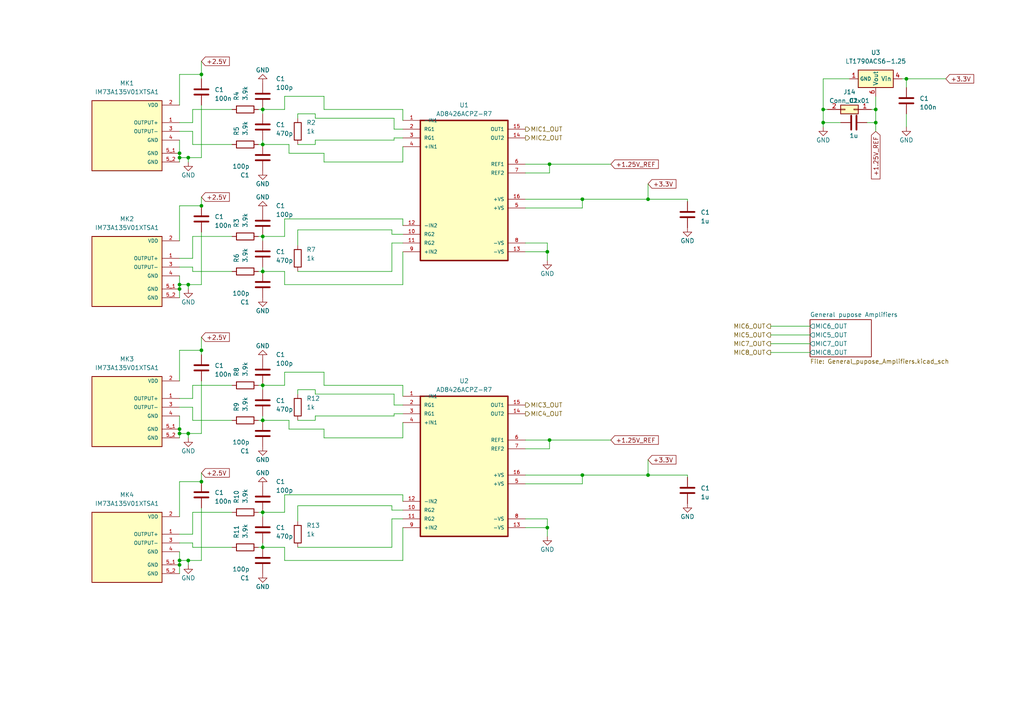
<source format=kicad_sch>
(kicad_sch (version 20230121) (generator eeschema)
  (paper "A4")
  (lib_symbols
    (symbol "AD8222ACPZ-RL:AD8222ACPZ-RL" (pin_names (offset 1.016))
      (property "Reference" "U2" (at 0 24.765 0))
      (property "Value" "AD8222ACPZ-RL" (at 0 22.225 0))
      (symbol "AD8222ACPZ-RL_0_0"
        (rectangle (start -12.7 20.32) (end 12.7 -20.32) (stroke (width 0.41)) (fill (type background)))
        (pin input line (at -17.78 20.32 0) (length 5.08) (name "-IN1") (number "1"))
        (pin bidirectional line (at -17.78 -12.7 0) (length 5.08) (name "RG2") (number "10"))
        (pin bidirectional line (at -17.78 -15.24 0) (length 5.08) (name "RG2") (number "11"))
        (pin input line (at -17.78 -10.16 0) (length 5.08) (name "-IN2") (number "12"))
        (pin bidirectional line (at 17.78 -17.78 180) (length 5.08) (name "-VS") (number "13"))
        (pin output line (at 17.78 15.24 180) (length 5.08) (name "OUT2") (number "14"))
        (pin output line (at 17.78 17.78 180) (length 5.08) (name "OUT1") (number "15"))
        (pin bidirectional line (at 17.78 -2.54 180) (length 5.08) (name "+VS") (number "16"))
        (pin bidirectional line (at -17.78 17.78 0) (length 5.08) (name "RG1") (number "2"))
        (pin bidirectional line (at -17.78 15.24 0) (length 5.08) (name "RG1") (number "3"))
        (pin input line (at -17.78 12.7 0) (length 5.08) (name "+IN1") (number "4"))
        (pin bidirectional line (at 17.78 -5.08 180) (length 5.08) (name "+VS") (number "5"))
        (pin input line (at 17.78 7.62 180) (length 5.08) (name "REF1") (number "6"))
        (pin input line (at 17.78 5.08 180) (length 5.08) (name "REF2") (number "7"))
        (pin bidirectional line (at 17.78 -15.24 180) (length 5.08) (name "-VS") (number "8"))
        (pin input line (at -17.78 -17.78 0) (length 5.08) (name "+IN2") (number "9"))
      )
    )
    (symbol "AD8222ACPZ-RL_1" (pin_names (offset 1.016))
      (property "Reference" "U1" (at 0 24.765 0))
      (property "Value" "AD8222ACPZ-RL" (at 0 22.225 0))
      (symbol "AD8222ACPZ-RL_1_0_0"
        (rectangle (start -12.7 20.32) (end 12.7 -20.32) (stroke (width 0.41)) (fill (type background)))
        (pin input line (at -17.78 20.32 0) (length 5.08) (name "-IN1") (number "1"))
        (pin bidirectional line (at -17.78 -12.7 0) (length 5.08) (name "RG2") (number "10"))
        (pin bidirectional line (at -17.78 -15.24 0) (length 5.08) (name "RG2") (number "11"))
        (pin input line (at -17.78 -10.16 0) (length 5.08) (name "-IN2") (number "12"))
        (pin bidirectional line (at 17.78 -17.78 180) (length 5.08) (name "-VS") (number "13"))
        (pin output line (at 17.78 15.24 180) (length 5.08) (name "OUT2") (number "14"))
        (pin output line (at 17.78 17.78 180) (length 5.08) (name "OUT1") (number "15"))
        (pin bidirectional line (at 17.78 -2.54 180) (length 5.08) (name "+VS") (number "16"))
        (pin bidirectional line (at -17.78 17.78 0) (length 5.08) (name "RG1") (number "2"))
        (pin bidirectional line (at -17.78 15.24 0) (length 5.08) (name "RG1") (number "3"))
        (pin input line (at -17.78 12.7 0) (length 5.08) (name "+IN1") (number "4"))
        (pin bidirectional line (at 17.78 -5.08 180) (length 5.08) (name "+VS") (number "5"))
        (pin input line (at 17.78 7.62 180) (length 5.08) (name "REF1") (number "6"))
        (pin input line (at 17.78 5.08 180) (length 5.08) (name "REF2") (number "7"))
        (pin bidirectional line (at 17.78 -15.24 180) (length 5.08) (name "-VS") (number "8"))
        (pin input line (at -17.78 -17.78 0) (length 5.08) (name "+IN2") (number "9"))
      )
    )
    (symbol "Connector_Generic:Conn_02x01" (pin_names (offset 1.016) hide)
      (property "Reference" "J" (at 1.27 2.54 0))
      (property "Value" "Conn_02x01" (at 1.27 -2.54 0))
      (symbol "Conn_02x01_1_1"
        (rectangle (start -1.27 0.127) (end 0 -0.127) (stroke (width 0.1524)))
        (rectangle (start -1.27 1.27) (end 3.81 -1.27) (stroke (width 0.254)) (fill (type background)))
        (rectangle (start 3.81 0.127) (end 2.54 -0.127) (stroke (width 0.1524)))
        (pin passive line (at -5.08 0 0) (length 3.81) (name "Pin_1") (number "1"))
        (pin passive line (at 7.62 0 180) (length 3.81) (name "Pin_2") (number "2"))
      )
    )
    (symbol "Device:C" (pin_numbers hide) (pin_names (offset 0.254))
      (property "Reference" "C" (at 0.635 2.54 0))
      (property "Value" "C" (at 0.635 -2.54 0))
      (symbol "C_0_1"
        (polyline (pts (xy -2.032 -0.762) (xy 2.032 -0.762)) (stroke (width 0.508)))
        (polyline (pts (xy -2.032 0.762) (xy 2.032 0.762)) (stroke (width 0.508)))
      )
      (symbol "C_1_1"
        (pin passive line (at 0 3.81 270) (length 2.794) (name "~") (number "1"))
        (pin passive line (at 0 -3.81 90) (length 2.794) (name "~") (number "2"))
      )
    )
    (symbol "Device:R" (pin_numbers hide) (pin_names (offset 0))
      (property "Reference" "R" (at 2.032 0 90))
      (property "Value" "R" (at 0 0 90))
      (symbol "R_0_1"
        (rectangle (start -1.016 -2.54) (end 1.016 2.54) (stroke (width 0.254)))
      )
      (symbol "R_1_1"
        (pin passive line (at 0 3.81 270) (length 1.27) (name "~") (number "1"))
        (pin passive line (at 0 -3.81 90) (length 1.27) (name "~") (number "2"))
      )
    )
    (symbol "IM73A135V01XTSA1:IM73A135V01XTSA1" (pin_names (offset 1.016))
      (property "Reference" "MK" (at -10.16 10.795 0))
      (property "Value" "IM73A135V01XTSA1" (at -8.89 -11.43 0))
      (symbol "IM73A135V01XTSA1_0_0"
        (rectangle (start -10.16 8.89) (end 10.16 -11.43) (stroke (width 0.254)) (fill (type background)))
        (pin output line (at 15.24 2.54 180) (length 5.08) (name "OUTPUT+") (number "1"))
        (pin power_in line (at 15.24 7.62 180) (length 5.08) (name "VDD") (number "2"))
        (pin output line (at 15.24 0 180) (length 5.08) (name "OUTPUT-") (number "3"))
        (pin power_in line (at 15.24 -2.54 180) (length 5.08) (name "GND") (number "4"))
        (pin power_in line (at 15.24 -6.35 180) (length 5.08) (name "GND") (number "5_1"))
        (pin power_in line (at 15.24 -8.89 180) (length 5.08) (name "GND") (number "5_2"))
      )
    )
    (symbol "IM73A135V01XTSA1_2" (pin_names (offset 1.016))
      (property "Reference" "MK" (at -10.16 10.795 0))
      (property "Value" "IM73A135V01XTSA1" (at -8.89 -11.43 0))
      (symbol "IM73A135V01XTSA1_2_0_0"
        (rectangle (start -10.16 8.89) (end 10.16 -11.43) (stroke (width 0.254)) (fill (type background)))
        (pin output line (at 15.24 2.54 180) (length 5.08) (name "OUTPUT+") (number "1"))
        (pin power_in line (at 15.24 7.62 180) (length 5.08) (name "VDD") (number "2"))
        (pin output line (at 15.24 0 180) (length 5.08) (name "OUTPUT-") (number "3"))
        (pin power_in line (at 15.24 -2.54 180) (length 5.08) (name "GND") (number "4"))
        (pin power_in line (at 15.24 -6.35 180) (length 5.08) (name "GND") (number "5_1"))
        (pin power_in line (at 15.24 -8.89 180) (length 5.08) (name "GND") (number "5_2"))
      )
    )
    (symbol "Reference_Voltage:LT1790-2.5"
      (property "Reference" "U" (at -3.81 6.35 0))
      (property "Value" "LT1790-2.5" (at 6.35 -6.35 0))
      (symbol "LT1790-2.5_0_1"
        (rectangle (start 2.54 5.08) (end -2.54 -5.08) (stroke (width 0.254)) (fill (type background)))
      )
      (symbol "LT1790-2.5_1_1"
        (pin power_in line (at 0 -7.62 90) (length 2.54) (name "GND") (number "1"))
        (pin passive line (at 0 -7.62 90) (length 2.54) hide (name "GND") (number "2"))
        (pin power_in line (at 0 7.62 270) (length 2.54) (name "Vin") (number "4"))
        (pin output line (at 5.08 0 180) (length 2.54) (name "Vout") (number "6"))
      )
    )
    (symbol "power:GND" (power) (pin_names (offset 0))
      (property "Value" "GND" (at 0 -3.81 0))
      (symbol "GND_0_1"
        (polyline (pts (xy 0 0) (xy 0 -1.27) (xy 1.27 -1.27) (xy 0 -2.54) (xy -1.27 -1.27) (xy 0 -1.27)))
      )
      (symbol "GND_1_1"
        (pin power_in line (at 0 0 270) (length 0) hide (name "GND") (number "1"))
      )
    )
  )
  (junction (at 254 35.56))
  (junction (at 262.89 22.86))
  (junction (at 76.2 78.74))
  (junction (at 54.61 162.56))
  (junction (at 159.385 47.625))
  (junction (at 158.75 73.025))
  (junction (at 168.91 137.795))
  (junction (at 52.07 124.46))
  (junction (at 254 31.75))
  (junction (at 54.61 125.73))
  (junction (at 76.2 68.58))
  (junction (at 76.2 121.92))
  (junction (at 158.75 153.035))
  (junction (at 52.07 45.72))
  (junction (at 52.07 82.55))
  (junction (at 76.2 158.75))
  (junction (at 76.2 41.91))
  (junction (at 187.96 57.785))
  (junction (at 58.42 21.59))
  (junction (at 58.42 59.69))
  (junction (at 76.2 31.75))
  (junction (at 159.385 127.635))
  (junction (at 187.96 137.795))
  (junction (at 58.42 139.7))
  (junction (at 52.07 125.73))
  (junction (at 58.42 101.6))
  (junction (at 52.07 163.83))
  (junction (at 76.2 148.59))
  (junction (at 76.2 111.76))
  (junction (at 54.61 45.72))
  (junction (at 52.07 83.82))
  (junction (at 168.91 57.785))
  (junction (at 52.07 162.56))
  (junction (at 238.76 35.56))
  (junction (at 54.61 82.55))
  (junction (at 52.07 44.45))
  (junction (at 238.76 31.75))
  (wire (pts (xy 93.98 44.45) (xy 93.98 46.99)))
  (wire (pts (xy 82.55 143.51) (xy 116.84 143.51)))
  (wire (pts (xy 113.665 147.955) (xy 116.84 147.955)))
  (wire (pts (xy 187.96 53.34) (xy 187.96 57.785)))
  (wire (pts (xy 114.3 34.29) (xy 114.3 37.465)))
  (wire (pts (xy 55.88 68.58) (xy 55.88 74.93)))
  (wire (pts (xy 152.4 137.795) (xy 168.91 137.795)))
  (wire (pts (xy 86.36 146.685) (xy 113.665 146.685)))
  (wire (pts (xy 152.4 50.165) (xy 159.385 50.165)))
  (wire (pts (xy 58.42 102.87) (xy 58.42 101.6)))
  (wire (pts (xy 223.52 97.155) (xy 234.95 97.155)))
  (wire (pts (xy 86.36 146.685) (xy 86.36 151.13)))
  (wire (pts (xy 52.07 149.86) (xy 52.07 139.7)))
  (wire (pts (xy 113.665 150.495) (xy 116.84 150.495)))
  (wire (pts (xy 86.36 78.74) (xy 113.665 78.74)))
  (wire (pts (xy 52.07 77.47) (xy 55.88 77.47)))
  (wire (pts (xy 116.84 162.56) (xy 116.84 153.035)))
  (wire (pts (xy 67.31 31.75) (xy 55.88 31.75)))
  (wire (pts (xy 76.2 78.74) (xy 82.55 78.74)))
  (wire (pts (xy 52.07 125.73) (xy 54.61 125.73)))
  (wire (pts (xy 261.62 22.86) (xy 262.89 22.86)))
  (wire (pts (xy 152.4 150.495) (xy 158.75 150.495)))
  (wire (pts (xy 52.07 45.72) (xy 52.07 46.99)))
  (wire (pts (xy 91.44 121.92) (xy 86.36 121.92)))
  (wire (pts (xy 152.4 140.335) (xy 168.91 140.335)))
  (wire (pts (xy 52.07 125.73) (xy 52.07 127)))
  (wire (pts (xy 52.07 160.02) (xy 52.07 162.56)))
  (wire (pts (xy 93.98 31.75) (xy 93.98 27.94)))
  (wire (pts (xy 83.82 121.92) (xy 76.2 121.92)))
  (wire (pts (xy 58.42 97.79) (xy 58.42 101.6)))
  (wire (pts (xy 58.42 162.56) (xy 54.61 162.56)))
  (wire (pts (xy 83.82 44.45) (xy 83.82 41.91)))
  (wire (pts (xy 74.93 148.59) (xy 76.2 148.59)))
  (wire (pts (xy 82.55 111.76) (xy 76.2 111.76)))
  (wire (pts (xy 67.31 158.75) (xy 55.88 158.75)))
  (wire (pts (xy 93.98 107.95) (xy 82.55 107.95)))
  (wire (pts (xy 113.665 67.945) (xy 116.84 67.945)))
  (wire (pts (xy 55.88 78.74) (xy 55.88 77.47)))
  (wire (pts (xy 113.665 146.685) (xy 113.665 147.955)))
  (wire (pts (xy 52.07 38.1) (xy 55.88 38.1)))
  (wire (pts (xy 58.42 57.15) (xy 58.42 59.69)))
  (wire (pts (xy 86.36 158.75) (xy 113.665 158.75)))
  (wire (pts (xy 52.07 83.82) (xy 52.07 86.36)))
  (wire (pts (xy 52.07 69.85) (xy 52.07 59.69)))
  (wire (pts (xy 187.96 57.785) (xy 199.39 57.785)))
  (wire (pts (xy 93.98 127) (xy 116.84 127)))
  (wire (pts (xy 91.44 114.3) (xy 114.3 114.3)))
  (wire (pts (xy 52.07 45.72) (xy 54.61 45.72)))
  (wire (pts (xy 158.75 73.025) (xy 158.75 75.565)))
  (wire (pts (xy 52.07 163.83) (xy 52.07 166.37)))
  (wire (pts (xy 58.42 17.78) (xy 58.42 21.59)))
  (wire (pts (xy 223.52 102.235) (xy 234.95 102.235)))
  (wire (pts (xy 116.84 82.55) (xy 116.84 73.025)))
  (wire (pts (xy 93.98 46.99) (xy 116.84 46.99)))
  (wire (pts (xy 52.07 30.48) (xy 52.07 21.59)))
  (wire (pts (xy 76.2 111.76) (xy 76.2 113.03)))
  (wire (pts (xy 93.98 31.75) (xy 116.84 31.75)))
  (wire (pts (xy 93.98 124.46) (xy 93.98 127)))
  (wire (pts (xy 83.82 41.91) (xy 76.2 41.91)))
  (wire (pts (xy 238.76 36.83) (xy 238.76 35.56)))
  (wire (pts (xy 52.07 118.11) (xy 55.88 118.11)))
  (wire (pts (xy 114.3 117.475) (xy 116.84 117.475)))
  (wire (pts (xy 83.82 44.45) (xy 93.98 44.45)))
  (wire (pts (xy 52.07 44.45) (xy 52.07 45.72)))
  (wire (pts (xy 58.42 110.49) (xy 58.42 125.73)))
  (wire (pts (xy 168.91 137.795) (xy 187.96 137.795)))
  (wire (pts (xy 74.93 31.75) (xy 76.2 31.75)))
  (wire (pts (xy 158.75 153.035) (xy 158.75 155.575)))
  (wire (pts (xy 116.84 127) (xy 116.84 122.555)))
  (wire (pts (xy 114.3 37.465) (xy 116.84 37.465)))
  (wire (pts (xy 83.82 124.46) (xy 83.82 121.92)))
  (wire (pts (xy 55.88 41.91) (xy 55.88 38.1)))
  (wire (pts (xy 52.07 35.56) (xy 55.88 35.56)))
  (wire (pts (xy 67.31 111.76) (xy 55.88 111.76)))
  (wire (pts (xy 52.07 82.55) (xy 54.61 82.55)))
  (wire (pts (xy 52.07 80.01) (xy 52.07 82.55)))
  (wire (pts (xy 58.42 67.31) (xy 58.42 82.55)))
  (wire (pts (xy 86.36 33.02) (xy 86.36 34.29)))
  (wire (pts (xy 113.665 158.75) (xy 113.665 150.495)))
  (wire (pts (xy 187.96 137.795) (xy 199.39 137.795)))
  (wire (pts (xy 67.31 121.92) (xy 55.88 121.92)))
  (wire (pts (xy 91.44 114.3) (xy 91.44 113.03)))
  (wire (pts (xy 82.55 63.5) (xy 82.55 68.58)))
  (wire (pts (xy 52.07 162.56) (xy 52.07 163.83)))
  (wire (pts (xy 82.55 27.94) (xy 82.55 31.75)))
  (wire (pts (xy 58.42 147.32) (xy 58.42 162.56)))
  (wire (pts (xy 262.89 33.02) (xy 262.89 36.83)))
  (wire (pts (xy 55.88 158.75) (xy 55.88 157.48)))
  (wire (pts (xy 52.07 101.6) (xy 58.42 101.6)))
  (wire (pts (xy 52.07 157.48) (xy 55.88 157.48)))
  (wire (pts (xy 262.89 22.86) (xy 274.32 22.86)))
  (wire (pts (xy 159.385 47.625) (xy 177.165 47.625)))
  (wire (pts (xy 238.76 22.86) (xy 246.38 22.86)))
  (wire (pts (xy 152.4 70.485) (xy 158.75 70.485)))
  (wire (pts (xy 262.89 22.86) (xy 262.89 25.4)))
  (wire (pts (xy 254 27.94) (xy 254 31.75)))
  (wire (pts (xy 54.61 45.72) (xy 54.61 46.99)))
  (wire (pts (xy 52.07 154.94) (xy 55.88 154.94)))
  (wire (pts (xy 76.2 68.58) (xy 76.2 69.85)))
  (wire (pts (xy 116.84 111.76) (xy 116.84 114.935)))
  (wire (pts (xy 159.385 127.635) (xy 159.385 130.175)))
  (wire (pts (xy 223.52 99.695) (xy 234.95 99.695)))
  (wire (pts (xy 158.75 70.485) (xy 158.75 73.025)))
  (wire (pts (xy 238.76 31.75) (xy 240.03 31.75)))
  (wire (pts (xy 91.44 34.29) (xy 114.3 34.29)))
  (wire (pts (xy 76.2 148.59) (xy 82.55 148.59)))
  (wire (pts (xy 159.385 127.635) (xy 177.165 127.635)))
  (wire (pts (xy 82.55 162.56) (xy 82.55 158.75)))
  (wire (pts (xy 238.76 35.56) (xy 238.76 31.75)))
  (wire (pts (xy 86.36 66.675) (xy 86.36 71.12)))
  (wire (pts (xy 252.73 31.75) (xy 254 31.75)))
  (wire (pts (xy 58.42 137.16) (xy 58.42 139.7)))
  (wire (pts (xy 86.36 113.03) (xy 86.36 114.3)))
  (wire (pts (xy 76.2 78.74) (xy 74.93 78.74)))
  (wire (pts (xy 67.31 148.59) (xy 55.88 148.59)))
  (wire (pts (xy 52.07 40.64) (xy 52.07 44.45)))
  (wire (pts (xy 58.42 82.55) (xy 54.61 82.55)))
  (wire (pts (xy 58.42 30.48) (xy 58.42 45.72)))
  (wire (pts (xy 58.42 22.86) (xy 58.42 21.59)))
  (wire (pts (xy 114.3 114.3) (xy 114.3 117.475)))
  (wire (pts (xy 55.88 111.76) (xy 55.88 115.57)))
  (wire (pts (xy 93.98 27.94) (xy 82.55 27.94)))
  (wire (pts (xy 52.07 115.57) (xy 55.88 115.57)))
  (wire (pts (xy 52.07 124.46) (xy 52.07 125.73)))
  (wire (pts (xy 76.2 157.48) (xy 76.2 158.75)))
  (wire (pts (xy 76.2 120.65) (xy 76.2 121.92)))
  (wire (pts (xy 254 35.56) (xy 254 38.1)))
  (wire (pts (xy 76.2 41.91) (xy 74.93 41.91)))
  (wire (pts (xy 251.46 35.56) (xy 254 35.56)))
  (wire (pts (xy 55.88 148.59) (xy 55.88 154.94)))
  (wire (pts (xy 55.88 121.92) (xy 55.88 118.11)))
  (wire (pts (xy 52.07 74.93) (xy 55.88 74.93)))
  (wire (pts (xy 116.84 31.75) (xy 116.84 34.925)))
  (wire (pts (xy 76.2 40.64) (xy 76.2 41.91)))
  (wire (pts (xy 114.3 120.015) (xy 116.84 120.015)))
  (wire (pts (xy 113.665 78.74) (xy 113.665 70.485)))
  (wire (pts (xy 82.55 162.56) (xy 116.84 162.56)))
  (wire (pts (xy 238.76 31.75) (xy 238.76 22.86)))
  (wire (pts (xy 113.665 66.675) (xy 113.665 67.945)))
  (wire (pts (xy 82.55 63.5) (xy 116.84 63.5)))
  (wire (pts (xy 76.2 31.75) (xy 76.2 33.02)))
  (wire (pts (xy 168.91 137.795) (xy 168.91 140.335)))
  (wire (pts (xy 67.31 68.58) (xy 55.88 68.58)))
  (wire (pts (xy 91.44 34.29) (xy 91.44 33.02)))
  (wire (pts (xy 52.07 139.7) (xy 58.42 139.7)))
  (wire (pts (xy 52.07 110.49) (xy 52.07 101.6)))
  (wire (pts (xy 54.61 162.56) (xy 54.61 163.83)))
  (wire (pts (xy 152.4 130.175) (xy 159.385 130.175)))
  (wire (pts (xy 82.55 107.95) (xy 82.55 111.76)))
  (wire (pts (xy 76.2 158.75) (xy 74.93 158.75)))
  (wire (pts (xy 152.4 57.785) (xy 168.91 57.785)))
  (wire (pts (xy 91.44 40.64) (xy 114.3 40.64)))
  (wire (pts (xy 82.55 82.55) (xy 116.84 82.55)))
  (wire (pts (xy 91.44 41.91) (xy 86.36 41.91)))
  (wire (pts (xy 52.07 59.69) (xy 58.42 59.69)))
  (wire (pts (xy 159.385 50.165) (xy 159.385 47.625)))
  (wire (pts (xy 91.44 33.02) (xy 86.36 33.02)))
  (wire (pts (xy 152.4 60.325) (xy 168.91 60.325)))
  (wire (pts (xy 76.2 158.75) (xy 82.55 158.75)))
  (wire (pts (xy 254 31.75) (xy 254 35.56)))
  (wire (pts (xy 52.07 162.56) (xy 54.61 162.56)))
  (wire (pts (xy 67.31 78.74) (xy 55.88 78.74)))
  (wire (pts (xy 152.4 127.635) (xy 159.385 127.635)))
  (wire (pts (xy 93.98 111.76) (xy 93.98 107.95)))
  (wire (pts (xy 74.93 68.58) (xy 76.2 68.58)))
  (wire (pts (xy 91.44 40.64) (xy 91.44 41.91)))
  (wire (pts (xy 67.31 41.91) (xy 55.88 41.91)))
  (wire (pts (xy 54.61 125.73) (xy 54.61 127)))
  (wire (pts (xy 223.52 94.615) (xy 234.95 94.615)))
  (wire (pts (xy 152.4 153.035) (xy 158.75 153.035)))
  (wire (pts (xy 114.3 40.005) (xy 116.84 40.005)))
  (wire (pts (xy 152.4 73.025) (xy 158.75 73.025)))
  (wire (pts (xy 54.61 82.55) (xy 54.61 83.82)))
  (wire (pts (xy 82.55 31.75) (xy 76.2 31.75)))
  (wire (pts (xy 113.665 70.485) (xy 116.84 70.485)))
  (wire (pts (xy 91.44 113.03) (xy 86.36 113.03)))
  (wire (pts (xy 82.55 82.55) (xy 82.55 78.74)))
  (wire (pts (xy 83.82 124.46) (xy 93.98 124.46)))
  (wire (pts (xy 238.76 35.56) (xy 243.84 35.56)))
  (wire (pts (xy 86.36 66.675) (xy 113.665 66.675)))
  (wire (pts (xy 116.84 143.51) (xy 116.84 145.415)))
  (wire (pts (xy 187.96 133.35) (xy 187.96 137.795)))
  (wire (pts (xy 52.07 82.55) (xy 52.07 83.82)))
  (wire (pts (xy 76.2 77.47) (xy 76.2 78.74)))
  (wire (pts (xy 168.91 57.785) (xy 187.96 57.785)))
  (wire (pts (xy 74.93 111.76) (xy 76.2 111.76)))
  (wire (pts (xy 55.88 31.75) (xy 55.88 35.56)))
  (wire (pts (xy 52.07 120.65) (xy 52.07 124.46)))
  (wire (pts (xy 82.55 143.51) (xy 82.55 148.59)))
  (wire (pts (xy 116.84 46.99) (xy 116.84 42.545)))
  (wire (pts (xy 76.2 68.58) (xy 82.55 68.58)))
  (wire (pts (xy 199.39 137.795) (xy 199.39 138.43)))
  (wire (pts (xy 76.2 121.92) (xy 74.93 121.92)))
  (wire (pts (xy 58.42 125.73) (xy 54.61 125.73)))
  (wire (pts (xy 114.3 40.64) (xy 114.3 40.005)))
  (wire (pts (xy 168.91 57.785) (xy 168.91 60.325)))
  (wire (pts (xy 114.3 120.65) (xy 114.3 120.015)))
  (wire (pts (xy 91.44 120.65) (xy 91.44 121.92)))
  (wire (pts (xy 93.98 111.76) (xy 116.84 111.76)))
  (wire (pts (xy 199.39 57.785) (xy 199.39 58.42)))
  (wire (pts (xy 52.07 21.59) (xy 58.42 21.59)))
  (wire (pts (xy 76.2 148.59) (xy 76.2 149.86)))
  (wire (pts (xy 91.44 120.65) (xy 114.3 120.65)))
  (wire (pts (xy 158.75 150.495) (xy 158.75 153.035)))
  (wire (pts (xy 58.42 45.72) (xy 54.61 45.72)))
  (wire (pts (xy 116.84 63.5) (xy 116.84 65.405)))
  (wire (pts (xy 152.4 47.625) (xy 159.385 47.625)))
  (global_label "+1.25V_REF" (shape input) (at 254 38.1 270) (property "Intersheetrefs" "${INTERSHEET_REFS}" (effects hide)))
  (global_label "+1.25V_REF" (shape input) (at 177.165 47.625 0) (property "Intersheetrefs" "${INTERSHEET_REFS}" (effects hide)))
  (global_label "+2.5V" (shape input) (at 58.42 137.16 0) (property "Intersheetrefs" "${INTERSHEET_REFS}" (effects hide)))
  (global_label "+3.3V" (shape input) (at 187.96 133.35 0) (property "Intersheetrefs" "${INTERSHEET_REFS}" (effects hide)))
  (global_label "+3.3V" (shape input) (at 274.32 22.86 0) (property "Intersheetrefs" "${INTERSHEET_REFS}" (effects hide)))
  (global_label "+1.25V_REF" (shape input) (at 177.165 127.635 0) (property "Intersheetrefs" "${INTERSHEET_REFS}" (effects hide)))
  (global_label "+2.5V" (shape input) (at 58.42 17.78 0) (property "Intersheetrefs" "${INTERSHEET_REFS}" (effects hide)))
  (global_label "+2.5V" (shape input) (at 58.42 97.79 0) (property "Intersheetrefs" "${INTERSHEET_REFS}" (effects hide)))
  (global_label "+2.5V" (shape input) (at 58.42 57.15 0) (property "Intersheetrefs" "${INTERSHEET_REFS}" (effects hide)))
  (global_label "+3.3V" (shape input) (at 187.96 53.34 0) (property "Intersheetrefs" "${INTERSHEET_REFS}" (effects hide)))
  (hierarchical_label "MIC5_OUT" (shape output) (at 223.52 97.155 180))
  (hierarchical_label "MIC7_OUT" (shape output) (at 223.52 99.695 180))
  (hierarchical_label "MIC6_OUT" (shape output) (at 223.52 94.615 180))
  (hierarchical_label "MIC8_OUT" (shape output) (at 223.52 102.235 180))
  (hierarchical_label "MIC1_OUT" (shape output) (at 152.4 37.465 0))
  (hierarchical_label "MIC4_OUT" (shape output) (at 152.4 120.015 0))
  (hierarchical_label "MIC2_OUT" (shape output) (at 152.4 40.005 0))
  (hierarchical_label "MIC3_OUT" (shape output) (at 152.4 117.475 0))
  (symbol (lib_id "Connector_Generic:Conn_02x01") (at 247.65 31.75 180) (unit 1)
    (property "Reference" "J14" (at 246.38 26.67 0))
    (property "Value" "Conn_02x01" (at 246.38 29.21 0))
    (property "Footprint" "Connector_PinSocket_2.54mm:PinSocket_1x02_P2.54mm_Vertical" (effects hide))
    (instances (project "Ultrasound shield" (path "" (reference "J14") (unit 1)) (path "" (reference "J16") (unit 1))))
  )
  (symbol (lib_id "Device:R") (at 86.36 74.93 0) (unit 1)
    (property "Reference" "R7" (at 88.9 72.39 0) (effects (justify left)))
    (property "Value" "1k" (at 88.9 74.93 0) (effects (justify left)))
    (property "Footprint" "Resistor_SMD:R_0805_2012Metric" (effects hide))
  )
  (symbol (lib_name "IM73A135V01XTSA1_2") (lib_id "IM73A135V01XTSA1:IM73A135V01XTSA1") (at 36.83 77.47 0) (unit 1)
    (property "Reference" "MK2" (at 36.83 63.5 0))
    (property "Value" "IM73A135V01XTSA1" (at 36.83 66.04 0))
    (property "Footprint" "IM73A135V01XTSA1:MIC_IM73A135V01XTSA1" (effects hide))
    (property "MANUFACTURER" "Infineon" (effects hide))
    (property "PARTREV" "V1.20" (effects hide))
    (property "MAXIMUM_PACKAGE_HEIGHT" "1.28 mm" (effects hide))
    (property "STANDARD" "Manufacturer recommendations" (effects hide))
    (property "SNAPEDA_PN" "IM73A135V01XTSA1" (effects hide))
  )
  (symbol (lib_id "power:GND") (at 158.75 75.565 0) (unit 1)
    (property "Reference" "#PWR04" (effects hide))
    (property "Value" "GND" (at 158.75 79.375 0))
    (instances (project "Ultrasound shield" (path "" (reference "#PWR04") (unit 1)) (path "" (reference "#PWR010") (unit 1))))
  )
  (symbol (lib_id "Device:C") (at 58.42 26.67 0) (unit 1)
    (property "Reference" "C1" (at 62.23 26.035 0) (effects (justify left)))
    (property "Value" "100n" (at 62.23 28.575 0) (effects (justify left)))
    (property "Footprint" "Capacitor_SMD:C_0805_2012Metric" (effects hide))
    (instances (project "Ultrasound shield" (path "" (reference "C1") (unit 1)) (path "" (reference "C10") (unit 1))))
  )
  (symbol (lib_id "power:GND") (at 199.39 66.04 0) (unit 1)
    (property "Reference" "#PWR04" (effects hide))
    (property "Value" "GND" (at 199.39 69.85 0))
    (instances (project "Ultrasound shield" (path "" (reference "#PWR04") (unit 1)) (path "" (reference "#PWR020") (unit 1))))
  )
  (symbol (lib_id "Device:R") (at 71.12 78.74 90) (unit 1)
    (property "Reference" "R6" (at 68.58 76.2 0) (effects (justify left)))
    (property "Value" "3.9k" (at 71.12 76.2 0) (effects (justify left)))
    (property "Footprint" "Resistor_SMD:R_0805_2012Metric" (effects hide))
  )
  (symbol (lib_id "AD8222ACPZ-RL:AD8222ACPZ-RL") (at 134.62 135.255 0) (unit 1)
    (property "Reference" "U2" (at 134.62 110.49 0))
    (property "Value" "AD8426ACPZ-R7" (at 134.62 113.03 0))
    (property "Footprint" "AD8426:QFN65P400X400X100-16N" (effects hide))
  )
  (symbol (lib_id "Device:R") (at 71.12 121.92 90) (unit 1)
    (property "Reference" "R9" (at 68.58 119.38 0) (effects (justify left)))
    (property "Value" "3.9k" (at 71.12 119.38 0) (effects (justify left)))
    (property "Footprint" "Resistor_SMD:R_0805_2012Metric" (effects hide))
  )
  (symbol (lib_id "Device:R") (at 71.12 148.59 90) (unit 1)
    (property "Reference" "R10" (at 68.58 146.05 0) (effects (justify left)))
    (property "Value" "3.9k" (at 71.12 146.05 0) (effects (justify left)))
    (property "Footprint" "Resistor_SMD:R_0805_2012Metric" (effects hide))
  )
  (symbol (lib_id "Device:C") (at 247.65 35.56 90) (unit 1)
    (property "Reference" "C1" (at 247.65 29.21 90))
    (property "Value" "1u" (at 247.65 39.37 90))
    (property "Footprint" "Capacitor_SMD:C_0805_2012Metric" (effects hide))
    (instances (project "Ultrasound shield" (path "" (reference "C1") (unit 1)) (path "" (reference "C7") (unit 1))))
  )
  (symbol (lib_id "power:GND") (at 54.61 163.83 0) (unit 1)
    (property "Reference" "#PWR04" (effects hide))
    (property "Value" "GND" (at 54.61 167.64 0))
    (instances (project "Ultrasound shield" (path "" (reference "#PWR04") (unit 1)) (path "" (reference "#PWR06") (unit 1))))
  )
  (symbol (lib_id "IM73A135V01XTSA1:IM73A135V01XTSA1") (at 36.83 38.1 0) (unit 1)
    (property "Reference" "MK1" (at 36.83 24.13 0))
    (property "Value" "IM73A135V01XTSA1" (at 36.83 26.67 0))
    (property "Footprint" "IM73A135V01XTSA1:MIC_IM73A135V01XTSA1" (effects hide))
    (property "MANUFACTURER" "Infineon" (effects hide))
    (property "PARTREV" "V1.20" (effects hide))
    (property "MAXIMUM_PACKAGE_HEIGHT" "1.28 mm" (effects hide))
    (property "STANDARD" "Manufacturer recommendations" (effects hide))
    (property "SNAPEDA_PN" "IM73A135V01XTSA1" (effects hide))
  )
  (symbol (lib_id "Device:C") (at 76.2 107.95 0) (unit 1)
    (property "Reference" "C1" (at 80.01 102.87 0) (effects (justify left)))
    (property "Value" "100p" (at 80.01 105.41 0) (effects (justify left)))
    (property "Footprint" "Capacitor_SMD:C_0805_2012Metric" (effects hide))
    (instances (project "Ultrasound shield" (path "" (reference "C1") (unit 1)) (path "" (reference "C5") (unit 1))))
  )
  (symbol (lib_id "power:GND") (at 76.2 129.54 0) (unit 1)
    (property "Reference" "#PWR04" (effects hide))
    (property "Value" "GND" (at 76.2 133.35 0))
    (instances (project "Ultrasound shield" (path "" (reference "#PWR04") (unit 1)) (path "" (reference "#PWR013") (unit 1))))
  )
  (symbol (lib_id "Device:R") (at 86.36 154.94 0) (unit 1)
    (property "Reference" "R13" (at 88.9 152.4 0) (effects (justify left)))
    (property "Value" "1k" (at 88.9 154.94 0) (effects (justify left)))
    (property "Footprint" "Resistor_SMD:R_0805_2012Metric" (effects hide))
  )
  (symbol (lib_id "Device:C") (at 76.2 73.66 0) (unit 1)
    (property "Reference" "C1" (at 80.01 73.025 0) (effects (justify left)))
    (property "Value" "470p" (at 80.01 75.565 0) (effects (justify left)))
    (property "Footprint" "Capacitor_SMD:C_0805_2012Metric" (effects hide))
    (instances (project "Ultrasound shield" (path "" (reference "C1") (unit 1)) (path "" (reference "C12") (unit 1))))
  )
  (symbol (lib_id "power:GND") (at 76.2 104.14 180) (unit 1)
    (property "Reference" "#PWR04" (effects hide))
    (property "Value" "GND" (at 76.2 100.33 0))
    (instances (project "Ultrasound shield" (path "" (reference "#PWR04") (unit 1)) (path "" (reference "#PWR09") (unit 1))))
  )
  (symbol (lib_id "power:GND") (at 54.61 83.82 0) (unit 1)
    (property "Reference" "#PWR04" (effects hide))
    (property "Value" "GND" (at 54.61 87.63 0))
    (instances (project "Ultrasound shield" (path "" (reference "#PWR04") (unit 1)) (path "" (reference "#PWR012") (unit 1))))
  )
  (symbol (lib_id "power:GND") (at 54.61 46.99 0) (unit 1)
    (property "Reference" "#PWR04" (effects hide))
    (property "Value" "GND" (at 54.61 50.8 0))
    (instances (project "Ultrasound shield" (path "" (reference "#PWR04") (unit 1)) (path "" (reference "#PWR011") (unit 1))))
  )
  (symbol (lib_id "Device:C") (at 76.2 82.55 180) (unit 1)
    (property "Reference" "C1" (at 72.39 87.63 0) (effects (justify left)))
    (property "Value" "100p" (at 72.39 85.09 0) (effects (justify left)))
    (property "Footprint" "Capacitor_SMD:C_0805_2012Metric" (effects hide))
    (instances (project "Ultrasound shield" (path "" (reference "C1") (unit 1)) (path "" (reference "C29") (unit 1))))
  )
  (symbol (lib_id "Device:C") (at 199.39 62.23 0) (unit 1)
    (property "Reference" "C1" (at 203.2 61.595 0) (effects (justify left)))
    (property "Value" "1u" (at 203.2 64.135 0) (effects (justify left)))
    (property "Footprint" "Capacitor_SMD:C_0805_2012Metric" (effects hide))
    (instances (project "Ultrasound shield" (path "" (reference "C1") (unit 1)) (path "" (reference "C14") (unit 1))))
  )
  (symbol (lib_id "Device:C") (at 76.2 125.73 180) (unit 1)
    (property "Reference" "C1" (at 72.39 130.81 0) (effects (justify left)))
    (property "Value" "100p" (at 72.39 128.27 0) (effects (justify left)))
    (property "Footprint" "Capacitor_SMD:C_0805_2012Metric" (effects hide))
    (instances (project "Ultrasound shield" (path "" (reference "C1") (unit 1)) (path "" (reference "C9") (unit 1))))
  )
  (symbol (lib_id "power:GND") (at 76.2 86.36 0) (unit 1)
    (property "Reference" "#PWR04" (effects hide))
    (property "Value" "GND" (at 76.2 90.17 0))
    (instances (project "Ultrasound shield" (path "" (reference "#PWR04") (unit 1)) (path "" (reference "#PWR017") (unit 1))))
  )
  (symbol (lib_id "Device:C") (at 262.89 29.21 0) (unit 1)
    (property "Reference" "C1" (at 266.7 28.575 0) (effects (justify left)))
    (property "Value" "100n" (at 266.7 31.115 0) (effects (justify left)))
    (property "Footprint" "Capacitor_SMD:C_0805_2012Metric" (effects hide))
    (instances (project "Ultrasound shield" (path "" (reference "C1") (unit 1)) (path "" (reference "C8") (unit 1))))
  )
  (symbol (lib_id "Device:R") (at 71.12 111.76 90) (unit 1)
    (property "Reference" "R8" (at 68.58 109.22 0) (effects (justify left)))
    (property "Value" "3.9k" (at 71.12 109.22 0) (effects (justify left)))
    (property "Footprint" "Resistor_SMD:R_0805_2012Metric" (effects hide))
  )
  (symbol (lib_id "power:GND") (at 76.2 166.37 0) (unit 1)
    (property "Reference" "#PWR04" (effects hide))
    (property "Value" "GND" (at 76.2 170.18 0))
    (instances (project "Ultrasound shield" (path "" (reference "#PWR04") (unit 1)) (path "" (reference "#PWR019") (unit 1))))
  )
  (symbol (lib_id "Device:R") (at 71.12 68.58 90) (unit 1)
    (property "Reference" "R3" (at 68.58 66.04 0) (effects (justify left)))
    (property "Value" "3.9k" (at 71.12 66.04 0) (effects (justify left)))
    (property "Footprint" "Resistor_SMD:R_0805_2012Metric" (effects hide))
  )
  (symbol (lib_id "power:GND") (at 76.2 140.97 180) (unit 1)
    (property "Reference" "#PWR04" (effects hide))
    (property "Value" "GND" (at 76.2 137.16 0))
    (instances (project "Ultrasound shield" (path "" (reference "#PWR04") (unit 1)) (path "" (reference "#PWR018") (unit 1))))
  )
  (symbol (lib_id "Device:R") (at 86.36 118.11 0) (unit 1)
    (property "Reference" "R12" (at 88.9 115.57 0) (effects (justify left)))
    (property "Value" "1k" (at 88.9 118.11 0) (effects (justify left)))
    (property "Footprint" "Resistor_SMD:R_0805_2012Metric" (effects hide))
  )
  (symbol (lib_id "Device:C") (at 58.42 63.5 0) (unit 1)
    (property "Reference" "C1" (at 62.23 62.865 0) (effects (justify left)))
    (property "Value" "100n" (at 62.23 65.405 0) (effects (justify left)))
    (property "Footprint" "Capacitor_SMD:C_0805_2012Metric" (effects hide))
    (instances (project "Ultrasound shield" (path "" (reference "C1") (unit 1)) (path "" (reference "C11") (unit 1))))
  )
  (symbol (lib_name "IM73A135V01XTSA1_2") (lib_id "IM73A135V01XTSA1:IM73A135V01XTSA1") (at 36.83 157.48 0) (unit 1)
    (property "Reference" "MK4" (at 36.83 143.51 0))
    (property "Value" "IM73A135V01XTSA1" (at 36.83 146.05 0))
    (property "Footprint" "IM73A135V01XTSA1:MIC_IM73A135V01XTSA1" (effects hide))
    (property "MANUFACTURER" "Infineon" (effects hide))
    (property "PARTREV" "V1.20" (effects hide))
    (property "MAXIMUM_PACKAGE_HEIGHT" "1.28 mm" (effects hide))
    (property "STANDARD" "Manufacturer recommendations" (effects hide))
    (property "SNAPEDA_PN" "IM73A135V01XTSA1" (effects hide))
  )
  (symbol (lib_id "Device:C") (at 76.2 116.84 0) (unit 1)
    (property "Reference" "C1" (at 80.01 116.205 0) (effects (justify left)))
    (property "Value" "470p" (at 80.01 118.745 0) (effects (justify left)))
    (property "Footprint" "Capacitor_SMD:C_0805_2012Metric" (effects hide))
    (instances (project "Ultrasound shield" (path "" (reference "C1") (unit 1)) (path "" (reference "C6") (unit 1))))
  )
  (symbol (lib_id "IM73A135V01XTSA1:IM73A135V01XTSA1") (at 36.83 118.11 0) (unit 1)
    (property "Reference" "MK3" (at 36.83 104.14 0))
    (property "Value" "IM73A135V01XTSA1" (at 36.83 106.68 0))
    (property "Footprint" "IM73A135V01XTSA1:MIC_IM73A135V01XTSA1" (effects hide))
    (property "MANUFACTURER" "Infineon" (effects hide))
    (property "PARTREV" "V1.20" (effects hide))
    (property "MAXIMUM_PACKAGE_HEIGHT" "1.28 mm" (effects hide))
    (property "STANDARD" "Manufacturer recommendations" (effects hide))
    (property "SNAPEDA_PN" "IM73A135V01XTSA1" (effects hide))
  )
  (symbol (lib_id "power:GND") (at 199.39 146.05 0) (unit 1)
    (property "Reference" "#PWR04" (effects hide))
    (property "Value" "GND" (at 199.39 149.86 0))
    (instances (project "Ultrasound shield" (path "" (reference "#PWR04") (unit 1)) (path "" (reference "#PWR024") (unit 1))))
  )
  (symbol (lib_id "Device:C") (at 76.2 64.77 0) (unit 1)
    (property "Reference" "C1" (at 80.01 59.69 0) (effects (justify left)))
    (property "Value" "100p" (at 80.01 62.23 0) (effects (justify left)))
    (property "Footprint" "Capacitor_SMD:C_0805_2012Metric" (effects hide))
    (instances (project "Ultrasound shield" (path "" (reference "C1") (unit 1)) (path "" (reference "C28") (unit 1))))
  )
  (symbol (lib_id "Device:C") (at 76.2 45.72 180) (unit 1)
    (property "Reference" "C1" (at 72.39 50.8 0) (effects (justify left)))
    (property "Value" "100p" (at 72.39 48.26 0) (effects (justify left)))
    (property "Footprint" "Capacitor_SMD:C_0805_2012Metric" (effects hide))
    (instances (project "Ultrasound shield" (path "" (reference "C1") (unit 1)) (path "" (reference "C31") (unit 1))))
  )
  (symbol (lib_id "Device:C") (at 58.42 143.51 0) (unit 1)
    (property "Reference" "C1" (at 62.23 142.875 0) (effects (justify left)))
    (property "Value" "100n" (at 62.23 145.415 0) (effects (justify left)))
    (property "Footprint" "Capacitor_SMD:C_0805_2012Metric" (effects hide))
    (instances (project "Ultrasound shield" (path "" (reference "C1") (unit 1)) (path "" (reference "C2") (unit 1))))
  )
  (symbol (lib_id "power:GND") (at 54.61 127 0) (unit 1)
    (property "Reference" "#PWR04" (effects hide))
    (property "Value" "GND" (at 54.61 130.81 0))
    (instances (project "Ultrasound shield" (path "" (reference "#PWR04") (unit 1)) (path "" (reference "#PWR05") (unit 1))))
  )
  (symbol (lib_id "power:GND") (at 262.89 36.83 0) (unit 1)
    (property "Reference" "#PWR04" (effects hide))
    (property "Value" "GND" (at 262.89 40.64 0))
    (instances (project "Ultrasound shield" (path "" (reference "#PWR04") (unit 1)) (path "" (reference "#PWR037") (unit 1))))
  )
  (symbol (lib_id "Device:C") (at 76.2 144.78 0) (unit 1)
    (property "Reference" "C1" (at 80.01 139.7 0) (effects (justify left)))
    (property "Value" "100p" (at 80.01 142.24 0) (effects (justify left)))
    (property "Footprint" "Capacitor_SMD:C_0805_2012Metric" (effects hide))
    (instances (project "Ultrasound shield" (path "" (reference "C1") (unit 1)) (path "" (reference "C16") (unit 1))))
  )
  (symbol (lib_id "Device:R") (at 71.12 41.91 90) (unit 1)
    (property "Reference" "R5" (at 68.58 39.37 0) (effects (justify left)))
    (property "Value" "3.9k" (at 71.12 39.37 0) (effects (justify left)))
    (property "Footprint" "Resistor_SMD:R_0805_2012Metric" (effects hide))
  )
  (symbol (lib_id "power:GND") (at 76.2 24.13 180) (unit 1)
    (property "Reference" "#PWR04" (effects hide))
    (property "Value" "GND" (at 76.2 20.32 0))
    (instances (project "Ultrasound shield" (path "" (reference "#PWR04") (unit 1)) (path "" (reference "#PWR014") (unit 1))))
  )
  (symbol (lib_id "power:GND") (at 158.75 155.575 0) (unit 1)
    (property "Reference" "#PWR04" (effects hide))
    (property "Value" "GND" (at 158.75 159.385 0))
    (instances (project "Ultrasound shield" (path "" (reference "#PWR04") (unit 1)) (path "" (reference "#PWR022") (unit 1))))
  )
  (symbol (lib_id "Device:C") (at 58.42 106.68 0) (unit 1)
    (property "Reference" "C1" (at 62.23 106.045 0) (effects (justify left)))
    (property "Value" "100n" (at 62.23 108.585 0) (effects (justify left)))
    (property "Footprint" "Capacitor_SMD:C_0805_2012Metric" (effects hide))
  )
  (symbol (lib_id "Device:R") (at 71.12 31.75 90) (unit 1)
    (property "Reference" "R4" (at 68.58 29.21 0) (effects (justify left)))
    (property "Value" "3.9k" (at 71.12 29.21 0) (effects (justify left)))
    (property "Footprint" "Resistor_SMD:R_0805_2012Metric" (effects hide))
  )
  (symbol (lib_id "Device:C") (at 76.2 162.56 180) (unit 1)
    (property "Reference" "C1" (at 72.39 167.64 0) (effects (justify left)))
    (property "Value" "100p" (at 72.39 165.1 0) (effects (justify left)))
    (property "Footprint" "Capacitor_SMD:C_0805_2012Metric" (effects hide))
    (instances (project "Ultrasound shield" (path "" (reference "C1") (unit 1)) (path "" (reference "C18") (unit 1))))
  )
  (symbol (lib_name "AD8222ACPZ-RL_1") (lib_id "AD8222ACPZ-RL:AD8222ACPZ-RL") (at 134.62 55.245 0) (unit 1)
    (property "Reference" "U1" (at 134.62 30.48 0))
    (property "Value" "AD8426ACPZ-R7" (at 134.62 33.02 0))
    (property "Footprint" "AD8426:QFN65P400X400X100-16N" (effects hide))
  )
  (symbol (lib_id "power:GND") (at 238.76 36.83 0) (unit 1)
    (property "Reference" "#PWR04" (effects hide))
    (property "Value" "GND" (at 238.76 40.64 0))
    (instances (project "Ultrasound shield" (path "" (reference "#PWR04") (unit 1)) (path "" (reference "#PWR036") (unit 1))))
  )
  (symbol (lib_id "Device:C") (at 76.2 27.94 0) (unit 1)
    (property "Reference" "C1" (at 80.01 22.86 0) (effects (justify left)))
    (property "Value" "100p" (at 80.01 25.4 0) (effects (justify left)))
    (property "Footprint" "Capacitor_SMD:C_0805_2012Metric" (effects hide))
    (instances (project "Ultrasound shield" (path "" (reference "C1") (unit 1)) (path "" (reference "C30") (unit 1))))
  )
  (symbol (lib_id "power:GND") (at 76.2 60.96 180) (unit 1)
    (property "Reference" "#PWR04" (effects hide))
    (property "Value" "GND" (at 76.2 57.15 0))
    (instances (project "Ultrasound shield" (path "" (reference "#PWR04") (unit 1)) (path "" (reference "#PWR016") (unit 1))))
  )
  (symbol (lib_id "Device:C") (at 199.39 142.24 0) (unit 1)
    (property "Reference" "C1" (at 203.2 141.605 0) (effects (justify left)))
    (property "Value" "1u" (at 203.2 144.145 0) (effects (justify left)))
    (property "Footprint" "Capacitor_SMD:C_0805_2012Metric" (effects hide))
    (instances (project "Ultrasound shield" (path "" (reference "C1") (unit 1)) (path "" (reference "C20") (unit 1))))
  )
  (symbol (lib_id "Device:R") (at 71.12 158.75 90) (unit 1)
    (property "Reference" "R11" (at 68.58 156.21 0) (effects (justify left)))
    (property "Value" "3.9k" (at 71.12 156.21 0) (effects (justify left)))
    (property "Footprint" "Resistor_SMD:R_0805_2012Metric" (effects hide))
  )
  (symbol (lib_id "power:GND") (at 76.2 49.53 0) (unit 1)
    (property "Reference" "#PWR04" (effects hide))
    (property "Value" "GND" (at 76.2 53.34 0))
    (instances (project "Ultrasound shield" (path "" (reference "#PWR04") (unit 1)) (path "" (reference "#PWR015") (unit 1))))
  )
  (symbol (lib_id "Device:C") (at 76.2 36.83 0) (unit 1)
    (property "Reference" "C1" (at 80.01 36.195 0) (effects (justify left)))
    (property "Value" "470p" (at 80.01 38.735 0) (effects (justify left)))
    (property "Footprint" "Capacitor_SMD:C_0805_2012Metric" (effects hide))
    (instances (project "Ultrasound shield" (path "" (reference "C1") (unit 1)) (path "" (reference "C13") (unit 1))))
  )
  (symbol (lib_id "Device:R") (at 86.36 38.1 0) (unit 1)
    (property "Reference" "R2" (at 88.9 35.56 0) (effects (justify left)))
    (property "Value" "1k" (at 88.9 38.1 0) (effects (justify left)))
    (property "Footprint" "Resistor_SMD:R_0805_2012Metric" (effects hide))
  )
  (symbol (lib_id "Reference_Voltage:LT1790-2.5") (at 254 22.86 270) (unit 1)
    (property "Reference" "U3" (at 254 15.24 90))
    (property "Value" "LT1790ACS6-1.25" (at 254 17.78 90))
    (property "Footprint" "Package_TO_SOT_SMD:TSOT-23-6" (effects hide))
    (property "Datasheet" "https://www.analog.com/media/en/technical-documentation/data-sheets/1790fc.pdf" (effects hide))
  )
  (symbol (lib_id "Device:C") (at 76.2 153.67 0) (unit 1)
    (property "Reference" "C1" (at 80.01 153.035 0) (effects (justify left)))
    (property "Value" "470p" (at 80.01 155.575 0) (effects (justify left)))
    (property "Footprint" "Capacitor_SMD:C_0805_2012Metric" (effects hide))
    (instances (project "Ultrasound shield" (path "" (reference "C1") (unit 1)) (path "" (reference "C17") (unit 1))))
  )
  (sheet (at 234.95 92.71) (size 17.78 10.795) (stroke (width 0.1524))
    (property "Sheetname" "General pupose Amplifiers" (at 234.95 91.9984 0) (effects (justify left bottom)))
    (property "Sheetfile" "General_pupose_Amplifiers.kicad_sch" (at 234.95 104.0896 0) (effects (justify left top)))
    (pin "MIC6_OUT" output (at 234.95 94.615 180))
    (pin "MIC5_OUT" output (at 234.95 97.155 180))
    (pin "MIC7_OUT" output (at 234.95 99.695 180))
    (pin "MIC8_OUT" output (at 234.95 102.235 180))
  )
)
</source>
